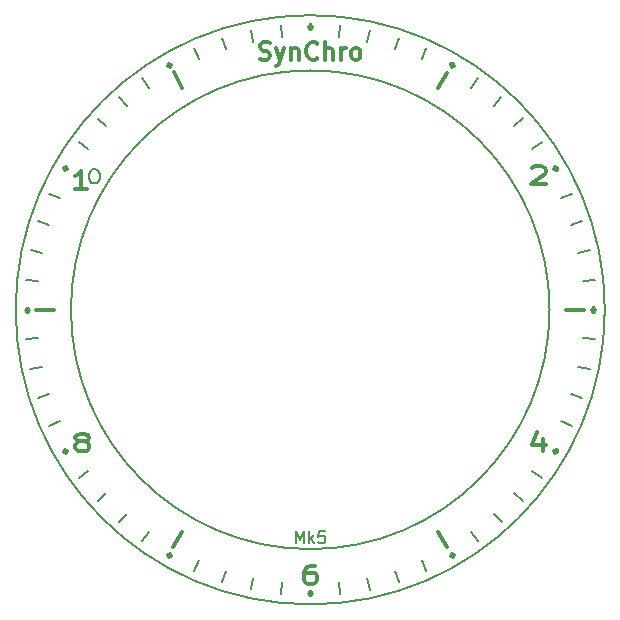
<source format=gbr>
G04 #@! TF.GenerationSoftware,KiCad,Pcbnew,5.1.4-1.fc30*
G04 #@! TF.CreationDate,2020-10-18T16:44:40+02:00*
G04 #@! TF.ProjectId,ring,72696e67-2e6b-4696-9361-645f70636258,rev?*
G04 #@! TF.SameCoordinates,Original*
G04 #@! TF.FileFunction,Legend,Top*
G04 #@! TF.FilePolarity,Positive*
%FSLAX46Y46*%
G04 Gerber Fmt 4.6, Leading zero omitted, Abs format (unit mm)*
G04 Created by KiCad (PCBNEW 5.1.4-1.fc30) date 2020-10-18 16:44:40*
%MOMM*%
%LPD*%
G04 APERTURE LIST*
%ADD10C,0.150000*%
%ADD11C,0.300000*%
%ADD12C,0.250000*%
%ADD13C,0.200000*%
G04 APERTURE END LIST*
D10*
X168203714Y-122626380D02*
X168203714Y-121626380D01*
X168537047Y-122340666D01*
X168870380Y-121626380D01*
X168870380Y-122626380D01*
X169346571Y-122626380D02*
X169346571Y-121626380D01*
X169441809Y-122245428D02*
X169727523Y-122626380D01*
X169727523Y-121959714D02*
X169346571Y-122340666D01*
X170632285Y-121626380D02*
X170156095Y-121626380D01*
X170108476Y-122102571D01*
X170156095Y-122054952D01*
X170251333Y-122007333D01*
X170489428Y-122007333D01*
X170584666Y-122054952D01*
X170632285Y-122102571D01*
X170679904Y-122197809D01*
X170679904Y-122435904D01*
X170632285Y-122531142D01*
X170584666Y-122578761D01*
X170489428Y-122626380D01*
X170251333Y-122626380D01*
X170156095Y-122578761D01*
X170108476Y-122531142D01*
X194357647Y-102870000D02*
G75*
G03X194357647Y-102870000I-24939647J0D01*
G01*
D11*
X165168000Y-81633142D02*
X165382285Y-81704571D01*
X165739428Y-81704571D01*
X165882285Y-81633142D01*
X165953714Y-81561714D01*
X166025142Y-81418857D01*
X166025142Y-81276000D01*
X165953714Y-81133142D01*
X165882285Y-81061714D01*
X165739428Y-80990285D01*
X165453714Y-80918857D01*
X165310857Y-80847428D01*
X165239428Y-80776000D01*
X165168000Y-80633142D01*
X165168000Y-80490285D01*
X165239428Y-80347428D01*
X165310857Y-80276000D01*
X165453714Y-80204571D01*
X165810857Y-80204571D01*
X166025142Y-80276000D01*
X166525142Y-80704571D02*
X166882285Y-81704571D01*
X167239428Y-80704571D02*
X166882285Y-81704571D01*
X166739428Y-82061714D01*
X166668000Y-82133142D01*
X166525142Y-82204571D01*
X167810857Y-80704571D02*
X167810857Y-81704571D01*
X167810857Y-80847428D02*
X167882285Y-80776000D01*
X168025142Y-80704571D01*
X168239428Y-80704571D01*
X168382285Y-80776000D01*
X168453714Y-80918857D01*
X168453714Y-81704571D01*
X170025142Y-81561714D02*
X169953714Y-81633142D01*
X169739428Y-81704571D01*
X169596571Y-81704571D01*
X169382285Y-81633142D01*
X169239428Y-81490285D01*
X169168000Y-81347428D01*
X169096571Y-81061714D01*
X169096571Y-80847428D01*
X169168000Y-80561714D01*
X169239428Y-80418857D01*
X169382285Y-80276000D01*
X169596571Y-80204571D01*
X169739428Y-80204571D01*
X169953714Y-80276000D01*
X170025142Y-80347428D01*
X170668000Y-81704571D02*
X170668000Y-80204571D01*
X171310857Y-81704571D02*
X171310857Y-80918857D01*
X171239428Y-80776000D01*
X171096571Y-80704571D01*
X170882285Y-80704571D01*
X170739428Y-80776000D01*
X170668000Y-80847428D01*
X172025142Y-81704571D02*
X172025142Y-80704571D01*
X172025142Y-80990285D02*
X172096571Y-80847428D01*
X172168000Y-80776000D01*
X172310857Y-80704571D01*
X172453714Y-80704571D01*
X173168000Y-81704571D02*
X173025142Y-81633142D01*
X172953714Y-81561714D01*
X172882285Y-81418857D01*
X172882285Y-80990285D01*
X172953714Y-80847428D01*
X173025142Y-80776000D01*
X173168000Y-80704571D01*
X173382285Y-80704571D01*
X173525142Y-80776000D01*
X173596571Y-80847428D01*
X173668000Y-80990285D01*
X173668000Y-81418857D01*
X173596571Y-81561714D01*
X173525142Y-81633142D01*
X173382285Y-81704571D01*
X173168000Y-81704571D01*
X147726791Y-102859840D02*
X146226791Y-102859840D01*
D12*
X145266231Y-102872540D02*
X145456707Y-102682063D01*
X145647183Y-102872540D01*
X145456707Y-103063016D01*
X145266231Y-102872540D01*
X145647183Y-102872540D01*
D11*
X158583825Y-121677779D02*
X157833825Y-122976818D01*
D12*
X157527714Y-123451819D02*
X157597433Y-123712014D01*
X157337238Y-123781733D01*
X157267518Y-123521538D01*
X157527714Y-123451819D01*
X157337238Y-123781733D01*
D11*
X180259794Y-121672699D02*
X181009794Y-122971738D01*
D12*
X181559000Y-123541065D02*
X181489281Y-123801261D01*
X181229086Y-123731541D01*
X181298805Y-123471346D01*
X181559000Y-123541065D01*
X181229086Y-123731541D01*
D11*
X158601605Y-84067300D02*
X157851605Y-82768261D01*
D12*
X157366245Y-81950759D02*
X157626441Y-82020478D01*
X157556721Y-82280673D01*
X157296526Y-82210954D01*
X157366245Y-81950759D01*
X157556721Y-82280673D01*
D10*
X174228684Y-125579604D02*
X174436596Y-126557752D01*
X171821813Y-125953197D02*
X171926341Y-126947719D01*
X183050977Y-121653076D02*
X183638762Y-122462093D01*
X186678935Y-118391498D02*
X187422080Y-119060628D01*
X184947118Y-120133475D02*
X185616248Y-120876620D01*
X192498657Y-105276353D02*
X193493179Y-105380881D01*
X176588326Y-124954320D02*
X176897343Y-125905376D01*
X178840280Y-124082289D02*
X179247016Y-124995834D01*
X192117444Y-107683224D02*
X193095592Y-107891136D01*
X191497240Y-110037786D02*
X192448296Y-110346803D01*
X190630289Y-112297360D02*
X191543834Y-112704096D01*
X188198536Y-116513137D02*
X189007553Y-117100922D01*
X146708395Y-107680684D02*
X145730247Y-107888596D01*
X146334802Y-105273813D02*
X145340280Y-105378341D01*
X150634923Y-116502977D02*
X149825906Y-117090762D01*
X153896501Y-120130935D02*
X153227371Y-120874080D01*
X152154524Y-118399118D02*
X151411379Y-119068248D01*
X167011646Y-125950657D02*
X166907118Y-126945179D01*
X147333679Y-110040326D02*
X146382623Y-110349343D01*
X148205710Y-112292280D02*
X147292165Y-112699016D01*
X164604775Y-125569444D02*
X164396863Y-126547592D01*
X162250213Y-124949240D02*
X161941196Y-125900296D01*
X159990639Y-124082289D02*
X159583903Y-124995834D01*
X155774862Y-121650536D02*
X155187077Y-122459553D01*
X164607315Y-80160395D02*
X164399403Y-79182247D01*
X167014186Y-79786802D02*
X166909658Y-78792280D01*
X155785022Y-84086923D02*
X155197237Y-83277906D01*
X152157064Y-87348501D02*
X151413919Y-86679371D01*
X153888881Y-85606524D02*
X153219751Y-84863379D01*
X146337342Y-100463646D02*
X145342820Y-100359118D01*
X162247673Y-80785679D02*
X161938656Y-79834623D01*
X159995719Y-81657710D02*
X159588983Y-80744165D01*
X146718555Y-98056775D02*
X145740407Y-97848863D01*
X147338759Y-95702213D02*
X146387703Y-95393196D01*
X148205710Y-93442639D02*
X147292165Y-93035903D01*
X150637463Y-89226862D02*
X149828446Y-88639077D01*
D12*
X169412920Y-126640411D02*
X169603396Y-126830887D01*
X169412920Y-127021363D01*
X169222443Y-126830887D01*
X169412920Y-126640411D01*
X169412920Y-127021363D01*
X190342320Y-114931914D02*
X190082125Y-115001633D01*
X190012406Y-114741438D01*
X190272601Y-114671718D01*
X190342320Y-114931914D01*
X190012406Y-114741438D01*
X148486059Y-90792845D02*
X148746254Y-90723126D01*
X148815973Y-90983321D01*
X148555778Y-91053041D01*
X148486059Y-90792845D01*
X148815973Y-90983321D01*
X148506379Y-114924294D02*
X148576098Y-114664098D01*
X148836293Y-114733818D01*
X148766574Y-114994013D01*
X148506379Y-114924294D01*
X148836293Y-114733818D01*
D11*
X169804032Y-124547891D02*
X169423080Y-124547891D01*
X169232603Y-124619320D01*
X169137365Y-124690748D01*
X168946889Y-124905034D01*
X168851651Y-125190748D01*
X168851651Y-125762177D01*
X168946889Y-125905034D01*
X169042127Y-125976462D01*
X169232603Y-126047891D01*
X169613556Y-126047891D01*
X169804032Y-125976462D01*
X169899270Y-125905034D01*
X169994508Y-125762177D01*
X169994508Y-125405034D01*
X169899270Y-125262177D01*
X169804032Y-125190748D01*
X169613556Y-125119320D01*
X169232603Y-125119320D01*
X169042127Y-125190748D01*
X168946889Y-125262177D01*
X168851651Y-125405034D01*
X150503194Y-92603711D02*
X149531765Y-92603711D01*
X150017480Y-92603711D02*
X150017480Y-91103711D01*
X149855575Y-91317997D01*
X149693670Y-91460854D01*
X149531765Y-91532282D01*
X191109208Y-102880160D02*
X192609208Y-102880160D01*
X189130892Y-113828711D02*
X189130892Y-114828711D01*
X188654701Y-113257282D02*
X188178511Y-114328711D01*
X189416606Y-114328711D01*
X188206451Y-90880808D02*
X188301689Y-90809380D01*
X188492165Y-90737951D01*
X188968356Y-90737951D01*
X189158832Y-90809380D01*
X189254070Y-90880808D01*
X189349308Y-91023665D01*
X189349308Y-91166522D01*
X189254070Y-91380808D01*
X188111213Y-92237951D01*
X189349308Y-92237951D01*
X180269954Y-84092700D02*
X181019954Y-82793661D01*
X149915903Y-114012208D02*
X149725427Y-113940780D01*
X149630189Y-113869351D01*
X149534951Y-113726494D01*
X149534951Y-113655065D01*
X149630189Y-113512208D01*
X149725427Y-113440780D01*
X149915903Y-113369351D01*
X150296856Y-113369351D01*
X150487332Y-113440780D01*
X150582570Y-113512208D01*
X150677808Y-113655065D01*
X150677808Y-113726494D01*
X150582570Y-113869351D01*
X150487332Y-113940780D01*
X150296856Y-114012208D01*
X149915903Y-114012208D01*
X149725427Y-114083637D01*
X149630189Y-114155065D01*
X149534951Y-114297922D01*
X149534951Y-114583637D01*
X149630189Y-114726494D01*
X149725427Y-114797922D01*
X149915903Y-114869351D01*
X150296856Y-114869351D01*
X150487332Y-114797922D01*
X150582570Y-114726494D01*
X150677808Y-114583637D01*
X150677808Y-114297922D01*
X150582570Y-114155065D01*
X150487332Y-114083637D01*
X150296856Y-114012208D01*
D10*
X188201076Y-89237022D02*
X189010093Y-88649237D01*
X191502320Y-95699673D02*
X192453376Y-95390656D01*
X192501197Y-100466186D02*
X193495719Y-100361658D01*
X186681475Y-87340881D02*
X187424620Y-86671751D01*
X184939498Y-85609064D02*
X185608628Y-84865919D01*
X192127604Y-98059315D02*
X193105752Y-97851403D01*
X190630289Y-93447719D02*
X191543834Y-93040983D01*
D12*
X193569768Y-102867460D02*
X193379292Y-103057936D01*
X193188816Y-102867460D01*
X193379292Y-102676983D01*
X193569768Y-102867460D01*
X193188816Y-102867460D01*
D10*
X171824353Y-79789342D02*
X171928881Y-78794820D01*
X174231224Y-80170555D02*
X174439136Y-79192407D01*
X176585786Y-80790759D02*
X176894803Y-79839703D01*
X178845360Y-81657710D02*
X179252096Y-80744165D01*
D12*
X181495154Y-81943139D02*
X181564873Y-82203334D01*
X181304678Y-82273053D01*
X181234958Y-82012858D01*
X181495154Y-81943139D01*
X181304678Y-82273053D01*
X169418000Y-78713151D02*
X169608476Y-78903627D01*
X169418000Y-79094103D01*
X169227523Y-78903627D01*
X169418000Y-78713151D01*
X169418000Y-79094103D01*
D10*
X183061137Y-84089463D02*
X183648922Y-83280446D01*
X189679580Y-102870000D02*
G75*
G03X189679580Y-102870000I-20261580J0D01*
G01*
D13*
X151059207Y-90975897D02*
X151221112Y-90975897D01*
X151383017Y-91033040D01*
X151463969Y-91090182D01*
X151544921Y-91204468D01*
X151625874Y-91433040D01*
X151625874Y-91718754D01*
X151544921Y-91947325D01*
X151463969Y-92061611D01*
X151383017Y-92118754D01*
X151221112Y-92175897D01*
X151059207Y-92175897D01*
X150897302Y-92118754D01*
X150816350Y-92061611D01*
X150735398Y-91947325D01*
X150654445Y-91718754D01*
X150654445Y-91433040D01*
X150735398Y-91204468D01*
X150816350Y-91090182D01*
X150897302Y-91033040D01*
X151059207Y-90975897D01*
D12*
X190339780Y-90795385D02*
X190270061Y-91055581D01*
X190009866Y-90985861D01*
X190079585Y-90725666D01*
X190339780Y-90795385D01*
X190009866Y-90985861D01*
M02*

</source>
